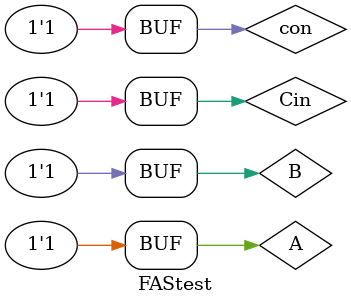
<source format=v>
`timescale 1ns / 1ps


module FAStest;

	// Inputs
	reg A;
	reg B;
	reg con;
	reg Cin;

	// Outputs
	wire S;
	wire Cout;

	// Instantiate the Unit Under Test (UUT)
	FAS uut (
		.A(A), 
		.B(B), 
		.con(con), 
		.Cin(Cin), 
		.S(S), 
		.Cout(Cout)
	);

	initial begin

		con = 0;A = 0;B = 0;Cin = 0;#100;
		con = 0;A = 0;B = 0;Cin = 1;#100;
		con = 0;A = 0;B = 1;Cin = 0;#100;
		con = 0;A = 0;B = 1;Cin = 1;#100;
		con = 0;A = 1;B = 0;Cin = 0;#100;
		con = 0;A = 1;B = 0;Cin = 1;#100;
		con = 0;A = 1;B = 1;Cin = 0;#100;
		con = 0;A = 1;B = 1;Cin = 1;#100;
		con = 1;A = 0;B = 0;Cin = 0;#100;
		con = 1;A = 0;B = 0;Cin = 1;#100;
		con = 1;A = 0;B = 1;Cin = 0;#100;
		con = 1;A = 0;B = 1;Cin = 1;#100;
		con = 1;A = 1;B = 0;Cin = 0;#100;
		con = 1;A = 1;B = 0;Cin = 1;#100;
		con = 1;A = 1;B = 1;Cin = 0;#100;
		con = 1;A = 1;B = 1;Cin = 1;#100;
		

	end
      
endmodule


</source>
